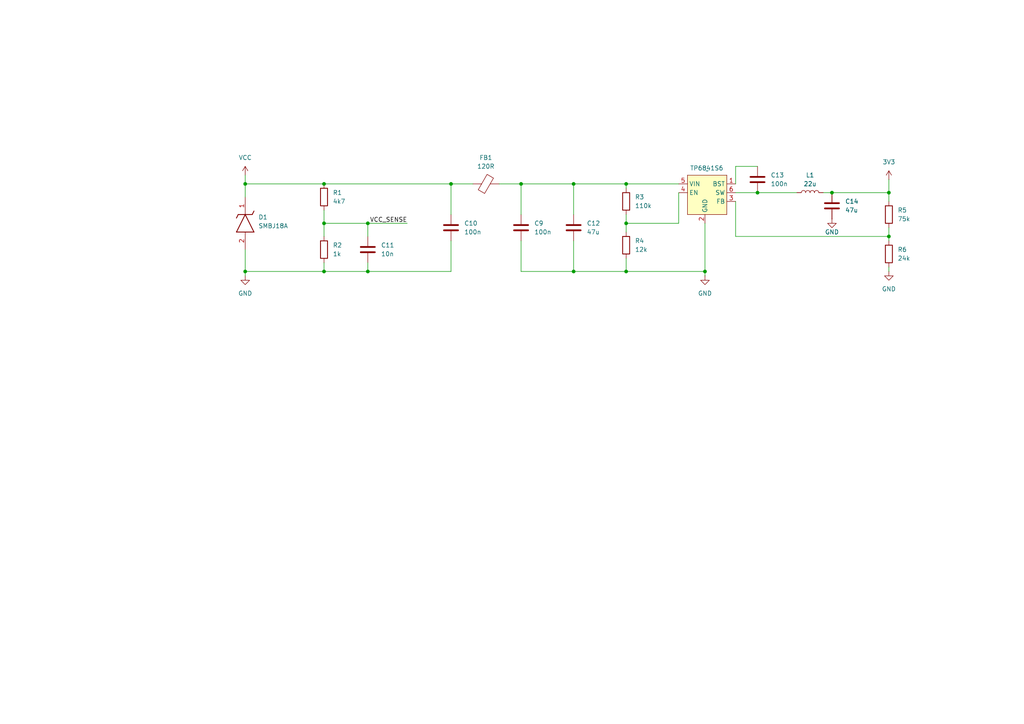
<source format=kicad_sch>
(kicad_sch (version 20250114) (generator "eeschema") (generator_version "9.0")
  (paper "A4")
  (lib_symbols
    (symbol "Device:C" (pin_numbers (hide yes)) (pin_names (offset 0.254))
      (property "Reference" "C" (at 0.635 2.54 0))
      (property "Value" "C" (at 0.635 -2.54 0))
      (symbol "C_0_1"
        (polyline (pts (xy -2.032 0.762) (xy 2.032 0.762)) (stroke (width 0.508)))
        (polyline (pts (xy -2.032 -0.762) (xy 2.032 -0.762)) (stroke (width 0.508)))
      )
      (symbol "C_1_1"
        (pin passive line (at 0 3.81 270) (length 2.794) (name "~") (number "1"))
        (pin passive line (at 0 -3.81 90) (length 2.794) (name "~") (number "2"))
      )
    )
    (symbol "Device:FerriteBead" (pin_numbers (hide yes)) (pin_names (offset 0))
      (property "Reference" "FB" (at -3.81 0.635 90))
      (property "Value" "FerriteBead" (at 3.81 0 90))
      (symbol "FerriteBead_0_1"
        (polyline (pts (xy -2.7686 0.4064) (xy -1.7018 2.2606) (xy 2.7686 -0.3048) (xy 1.6764 -2.159) (xy -2.7686 0.4064)))
        (polyline (pts (xy 0 1.27) (xy 0 1.2954)))
        (polyline (pts (xy 0 -1.27) (xy 0 -1.2192)))
      )
      (symbol "FerriteBead_1_1"
        (pin passive line (at 0 3.81 270) (length 2.54) (name "~") (number "1"))
        (pin passive line (at 0 -3.81 90) (length 2.54) (name "~") (number "2"))
      )
    )
    (symbol "Device:L" (pin_numbers (hide yes)) (pin_names (offset 1.016) (hide yes))
      (property "Reference" "L" (at -1.27 0 90))
      (property "Value" "L" (at 1.905 0 90))
      (symbol "L_0_1"
        (arc (start 0 2.54) (mid 0.6323 1.905) (end 0 1.27))
        (arc (start 0 1.27) (mid 0.6323 0.635) (end 0 0))
        (arc (start 0 0) (mid 0.6323 -0.635) (end 0 -1.27))
        (arc (start 0 -1.27) (mid 0.6323 -1.905) (end 0 -2.54))
      )
      (symbol "L_1_1"
        (pin passive line (at 0 3.81 270) (length 1.27) (name "1") (number "1"))
        (pin passive line (at 0 -3.81 90) (length 1.27) (name "2") (number "2"))
      )
    )
    (symbol "Device:R" (pin_numbers (hide yes)) (pin_names (offset 0))
      (property "Reference" "R" (at 2.032 0 90))
      (property "Value" "R" (at 0 0 90))
      (symbol "R_0_1"
        (rectangle (start -1.016 -2.54) (end 1.016 2.54) (stroke (width 0.254)))
      )
      (symbol "R_1_1"
        (pin passive line (at 0 3.81 270) (length 1.27) (name "~") (number "1"))
        (pin passive line (at 0 -3.81 90) (length 1.27) (name "~") (number "2"))
      )
    )
    (symbol "New_Library:TP6841S6-A"
      (property "Reference" "TP6841S6" (at -0.508 6.35 0))
      (symbol "TP6841S6-A_1_1"
        (rectangle (start -5.08 5.08) (end 6.35 -6.35) (fill (type background)))
        (pin input line (at -7.62 2.54 0) (length 2.54) (name "VIN") (number "5"))
        (pin input line (at -7.62 0 0) (length 2.54) (name "EN") (number "4"))
        (pin input line (at 0 -8.89 90) (length 2.54) (name "GND") (number "2"))
        (pin input line (at 8.89 2.54 180) (length 2.54) (name "BST") (number "1"))
        (pin input line (at 8.89 0 180) (length 2.54) (name "SW") (number "6"))
        (pin input line (at 8.89 -2.54 180) (length 2.54) (name "FB") (number "3"))
      )
    )
    (symbol "SamacSys_Parts:SMBJ18A" (pin_names (hide yes))
      (property "Reference" "D" (at 10.16 8.89 0))
      (property "Value" "SMBJ18A" (at 10.16 6.35 0))
      (symbol "SMBJ18A_1_1"
        (polyline (pts (xy 4.064 2.54) (xy 5.08 2.032)) (stroke (width 0.254)))
        (polyline (pts (xy 5.08 0) (xy 10.16 2.54)) (stroke (width 0.254)))
        (polyline (pts (xy 5.08 -2.032) (xy 5.08 2.032)) (stroke (width 0.254)))
        (polyline (pts (xy 5.08 -2.032) (xy 6.096 -2.54)) (stroke (width 0.254)))
        (polyline (pts (xy 10.16 -2.54) (xy 5.08 0)) (stroke (width 0.254)))
        (polyline (pts (xy 10.16 -2.54) (xy 10.16 2.54)) (stroke (width 0.254)))
        (pin passive line (at 0 0 0) (length 5.08) (name "K") (number "1"))
        (pin passive line (at 15.24 0 180) (length 5.08) (name "A") (number "2"))
      )
    )
    (symbol "power:GND" (power) (pin_numbers (hide yes)) (pin_names (offset 0) (hide yes))
      (property "Value" "GND" (at 0 -3.81 0))
      (symbol "GND_0_1"
        (polyline (pts (xy 0 0) (xy 0 -1.27) (xy 1.27 -1.27) (xy 0 -2.54) (xy -1.27 -1.27) (xy 0 -1.27)))
      )
      (symbol "GND_1_1"
        (pin power_in line (at 0 0 270) (length 0) (name "~") (number "1"))
      )
    )
    (symbol "power:VCC" (power) (pin_numbers (hide yes)) (pin_names (offset 0) (hide yes))
      (property "Value" "VCC" (at 0 3.556 0))
      (symbol "VCC_0_1"
        (polyline (pts (xy -0.762 1.27) (xy 0 2.54)))
        (polyline (pts (xy 0 2.54) (xy 0.762 1.27)))
        (polyline (pts (xy 0 0) (xy 0 2.54)))
      )
      (symbol "VCC_1_1"
        (pin power_in line (at 0 0 90) (length 0) (name "~") (number "1"))
      )
    )
  )
  (junction (at 130.81 53.34))
  (junction (at 93.98 64.77))
  (junction (at 93.98 53.34))
  (junction (at 151.13 53.34))
  (junction (at 106.68 64.77))
  (junction (at 241.3 55.88))
  (junction (at 71.12 78.74))
  (junction (at 257.81 55.88))
  (junction (at 181.61 64.77))
  (junction (at 166.37 78.74))
  (junction (at 181.61 53.34))
  (junction (at 219.71 55.88))
  (junction (at 71.12 53.34))
  (junction (at 181.61 78.74))
  (junction (at 257.81 68.58))
  (junction (at 166.37 53.34))
  (junction (at 106.68 78.74))
  (junction (at 204.47 78.74))
  (junction (at 93.98 78.74))
  (wire (pts (xy 181.61 53.34) (xy 196.85 53.34)))
  (wire (pts (xy 93.98 53.34) (xy 130.81 53.34)))
  (wire (pts (xy 71.12 53.34) (xy 93.98 53.34)))
  (wire (pts (xy 106.68 78.74) (xy 106.68 76.2)))
  (wire (pts (xy 181.61 64.77) (xy 181.61 67.31)))
  (wire (pts (xy 181.61 62.23) (xy 181.61 64.77)))
  (wire (pts (xy 93.98 64.77) (xy 93.98 68.58)))
  (wire (pts (xy 106.68 78.74) (xy 130.81 78.74)))
  (wire (pts (xy 151.13 69.85) (xy 151.13 78.74)))
  (wire (pts (xy 181.61 78.74) (xy 204.47 78.74)))
  (wire (pts (xy 204.47 64.77) (xy 204.47 78.74)))
  (wire (pts (xy 166.37 53.34) (xy 166.37 62.23)))
  (wire (pts (xy 151.13 53.34) (xy 151.13 62.23)))
  (wire (pts (xy 196.85 55.88) (xy 196.85 64.77)))
  (wire (pts (xy 93.98 78.74) (xy 106.68 78.74)))
  (wire (pts (xy 93.98 78.74) (xy 71.12 78.74)))
  (wire (pts (xy 106.68 64.77) (xy 118.11 64.77)))
  (wire (pts (xy 181.61 54.61) (xy 181.61 53.34)))
  (wire (pts (xy 181.61 64.77) (xy 196.85 64.77)))
  (wire (pts (xy 213.36 58.42) (xy 213.36 68.58)))
  (wire (pts (xy 181.61 74.93) (xy 181.61 78.74)))
  (wire (pts (xy 213.36 48.26) (xy 219.71 48.26)))
  (wire (pts (xy 71.12 50.8) (xy 71.12 53.34)))
  (wire (pts (xy 238.76 55.88) (xy 241.3 55.88)))
  (wire (pts (xy 151.13 78.74) (xy 166.37 78.74)))
  (wire (pts (xy 144.78 53.34) (xy 151.13 53.34)))
  (wire (pts (xy 106.68 64.77) (xy 106.68 68.58)))
  (wire (pts (xy 241.3 55.88) (xy 257.81 55.88)))
  (wire (pts (xy 93.98 64.77) (xy 106.68 64.77)))
  (wire (pts (xy 257.81 68.58) (xy 257.81 69.85)))
  (wire (pts (xy 219.71 55.88) (xy 231.14 55.88)))
  (wire (pts (xy 71.12 78.74) (xy 71.12 80.01)))
  (wire (pts (xy 213.36 53.34) (xy 213.36 48.26)))
  (wire (pts (xy 257.81 52.07) (xy 257.81 55.88)))
  (wire (pts (xy 71.12 72.39) (xy 71.12 78.74)))
  (wire (pts (xy 71.12 53.34) (xy 71.12 57.15)))
  (wire (pts (xy 130.81 53.34) (xy 130.81 62.23)))
  (wire (pts (xy 93.98 60.96) (xy 93.98 64.77)))
  (wire (pts (xy 257.81 55.88) (xy 257.81 58.42)))
  (wire (pts (xy 151.13 53.34) (xy 166.37 53.34)))
  (wire (pts (xy 181.61 53.34) (xy 166.37 53.34)))
  (wire (pts (xy 166.37 78.74) (xy 181.61 78.74)))
  (wire (pts (xy 93.98 76.2) (xy 93.98 78.74)))
  (wire (pts (xy 213.36 68.58) (xy 257.81 68.58)))
  (wire (pts (xy 257.81 77.47) (xy 257.81 78.74)))
  (wire (pts (xy 130.81 53.34) (xy 137.16 53.34)))
  (wire (pts (xy 130.81 69.85) (xy 130.81 78.74)))
  (wire (pts (xy 257.81 66.04) (xy 257.81 68.58)))
  (wire (pts (xy 204.47 78.74) (xy 204.47 80.01)))
  (wire (pts (xy 213.36 55.88) (xy 219.71 55.88)))
  (wire (pts (xy 166.37 69.85) (xy 166.37 78.74)))
  (label "VCC_SENSE" (at 118.11 64.77 180))
  (symbol (lib_id "SamacSys_Parts:SMBJ18A") (at 71.12 57.15 270) (unit 1)
    (property "Reference" "D1" (at 74.93 62.9919 90) (effects (justify left)))
    (property "Value" "SMBJ18A" (at 74.93 65.5319 90) (effects (justify left)))
    (property "Footprint" "SamacSys_Parts:SMBJ18A" (effects (hide yes)))
    (property "Datasheet" "https://www.arrow.com/en/products/smbj18a/taiwan-semiconductor" (effects (hide yes)))
    (property "Description" "ESD Suppressors / TVS Diodes 600W 21.1V 5% Unidir ectional TVS" (effects (hide yes)))
    (property "Height" "2.61" (effects (hide yes)))
    (property "Manufacturer_Name" "Taiwan Semiconductor" (effects (hide yes)))
    (property "Manufacturer_Part_Number" "SMBJ18A" (effects (hide yes)))
    (property "Mouser Part Number" "821-SMBJ18A" (effects (hide yes)))
    (property "Mouser Price/Stock" "https://www.mouser.co.uk/ProductDetail/Taiwan-Semiconductor/SMBJ18A?qs=tHU%2FlV7kTyRo80d7IIV5WA%3D%3D" (effects (hide yes)))
    (property "Arrow Part Number" "SMBJ18A" (effects (hide yes)))
    (property "Arrow Price/Stock" "https://www.arrow.com/en/products/smbj18a/taiwan-semiconductor?region=nac" (effects (hide yes)))
  )
  (symbol (lib_id "Device:C") (at 106.68 72.39 0) (unit 1)
    (property "Reference" "C11" (at 110.49 71.1199 0) (effects (justify left)))
    (property "Value" "10n" (at 110.49 73.6599 0) (effects (justify left)))
    (property "Description" "Unpolarized capacitor" (effects (hide yes)))
  )
  (symbol (lib_id "Device:R") (at 93.98 72.39 0) (unit 1)
    (property "Reference" "R2" (at 96.52 71.1199 0) (effects (justify left)))
    (property "Value" "1k" (at 96.52 73.6599 0) (effects (justify left)))
    (property "Description" "Resistor" (effects (hide yes)))
  )
  (symbol (lib_id "Device:R") (at 257.81 73.66 0) (unit 1)
    (property "Reference" "R6" (at 260.35 72.3899 0) (effects (justify left)))
    (property "Value" "24k" (at 260.35 74.9299 0) (effects (justify left)))
    (property "Description" "Resistor" (effects (hide yes)))
  )
  (symbol (lib_id "Device:R") (at 181.61 58.42 0) (unit 1)
    (property "Reference" "R3" (at 184.15 57.1499 0) (effects (justify left)))
    (property "Value" "110k" (at 184.15 59.6899 0) (effects (justify left)))
    (property "Description" "Resistor" (effects (hide yes)))
  )
  (symbol (lib_id "Device:C") (at 241.3 59.69 0) (unit 1)
    (property "Reference" "C14" (at 245.11 58.4199 0) (effects (justify left)))
    (property "Value" "47u" (at 245.11 60.9599 0) (effects (justify left)))
    (property "Description" "Unpolarized capacitor" (effects (hide yes)))
  )
  (symbol (lib_id "power:VCC") (at 71.12 50.8 0) (unit 1)
    (property "Reference" "#PWR04" (effects (hide yes)))
    (property "Value" "VCC" (at 71.12 45.72 0))
    (property "Description" "Power symbol creates a global label with name \"VCC\"" (effects (hide yes)))
  )
  (symbol (lib_id "power:VCC") (at 257.81 52.07 0) (unit 1)
    (property "Reference" "#PWR07" (effects (hide yes)))
    (property "Value" "3V3" (at 257.81 46.99 0))
    (property "Description" "Power symbol creates a global label with name \"VCC\"" (effects (hide yes)))
  )
  (symbol (lib_id "power:GND") (at 204.47 80.01 0) (unit 1)
    (property "Reference" "#PWR06" (effects (hide yes)))
    (property "Value" "GND" (at 204.47 85.09 0))
    (property "Description" "Power symbol creates a global label with name \"GND\" , ground" (effects (hide yes)))
  )
  (symbol (lib_id "power:GND") (at 257.81 78.74 0) (unit 1)
    (property "Reference" "#PWR08" (effects (hide yes)))
    (property "Value" "GND" (at 257.81 83.82 0))
    (property "Description" "Power symbol creates a global label with name \"GND\" , ground" (effects (hide yes)))
  )
  (symbol (lib_id "Device:C") (at 219.71 52.07 0) (unit 1)
    (property "Reference" "C13" (at 223.52 50.7999 0) (effects (justify left)))
    (property "Value" "100n" (at 223.52 53.3399 0) (effects (justify left)))
    (property "Description" "Unpolarized capacitor" (effects (hide yes)))
  )
  (symbol (lib_id "Device:FerriteBead") (at 140.97 53.34 90) (unit 1)
    (property "Reference" "FB1" (at 140.9192 45.72 90))
    (property "Value" "120R" (at 140.9192 48.26 90))
    (property "Description" "Ferrite bead" (effects (hide yes)))
  )
  (symbol (lib_id "Device:C") (at 130.81 66.04 0) (unit 1)
    (property "Reference" "C10" (at 134.62 64.7699 0) (effects (justify left)))
    (property "Value" "100n" (at 134.62 67.3099 0) (effects (justify left)))
    (property "Description" "Unpolarized capacitor" (effects (hide yes)))
  )
  (symbol (lib_id "Device:C") (at 151.13 66.04 0) (unit 1)
    (property "Reference" "C9" (at 154.94 64.7699 0) (effects (justify left)))
    (property "Value" "100n" (at 154.94 67.3099 0) (effects (justify left)))
    (property "Description" "Unpolarized capacitor" (effects (hide yes)))
  )
  (symbol (lib_id "New_Library:TP6841S6-A") (at 204.47 55.88 0) (unit 1)
    (property "Reference" "TP6841S6" (at 204.978 48.768 0))
    (property "Value" "~" (at 205.105 49.53 0))
    (property "Footprint" "Package_TO_SOT_SMD:SOT-23-6" (effects (hide yes)))
  )
  (symbol (lib_id "Device:R") (at 181.61 71.12 0) (unit 1)
    (property "Reference" "R4" (at 184.15 69.8499 0) (effects (justify left)))
    (property "Value" "12k" (at 184.15 72.3899 0) (effects (justify left)))
    (property "Description" "Resistor" (effects (hide yes)))
  )
  (symbol (lib_id "Device:L") (at 234.95 55.88 90) (unit 1)
    (property "Reference" "L1" (at 234.95 50.8 90))
    (property "Value" "22u" (at 234.95 53.34 90))
    (property "Description" "Inductor" (effects (hide yes)))
  )
  (symbol (lib_id "Device:R") (at 257.81 62.23 0) (unit 1)
    (property "Reference" "R5" (at 260.35 60.9599 0) (effects (justify left)))
    (property "Value" "75k" (at 260.35 63.4999 0) (effects (justify left)))
    (property "Description" "Resistor" (effects (hide yes)))
  )
  (symbol (lib_id "power:GND") (at 71.12 80.01 0) (unit 1)
    (property "Reference" "#PWR05" (effects (hide yes)))
    (property "Value" "GND" (at 71.12 85.09 0))
    (property "Description" "Power symbol creates a global label with name \"GND\" , ground" (effects (hide yes)))
  )
  (symbol (lib_id "power:GND") (at 241.3 63.5 0) (unit 1)
    (property "Reference" "#PWR09" (effects (hide yes)))
    (property "Value" "GND" (at 241.3 67.31 0))
    (property "Description" "Power symbol creates a global label with name \"GND\" , ground" (effects (hide yes)))
  )
  (symbol (lib_id "Device:C") (at 166.37 66.04 0) (unit 1)
    (property "Reference" "C12" (at 170.18 64.7699 0) (effects (justify left)))
    (property "Value" "47u" (at 170.18 67.3099 0) (effects (justify left)))
    (property "Description" "Unpolarized capacitor" (effects (hide yes)))
  )
  (symbol (lib_id "Device:R") (at 93.98 57.15 0) (unit 1)
    (property "Reference" "R1" (at 96.52 55.8799 0) (effects (justify left)))
    (property "Value" "4k7" (at 96.52 58.4199 0) (effects (justify left)))
    (property "Description" "Resistor" (effects (hide yes)))
  )
)
</source>
